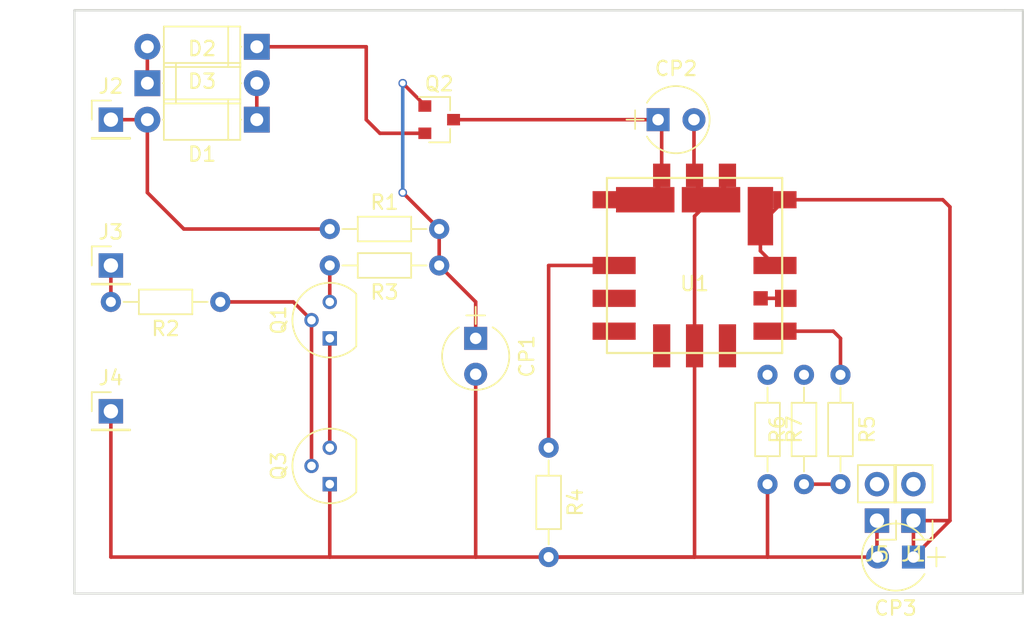
<source format=kicad_pcb>
(kicad_pcb (version 4) (host pcbnew 4.0.5+dfsg1-4)

  (general
    (links 37)
    (no_connects 1)
    (area 40.464761 52.495 111.935239 96.075)
    (thickness 1.6)
    (drawings 6)
    (tracks 69)
    (zones 0)
    (modules 22)
    (nets 24)
  )

  (page A4)
  (layers
    (0 F.Cu signal)
    (31 B.Cu signal)
    (32 B.Adhes user)
    (33 F.Adhes user)
    (34 B.Paste user)
    (35 F.Paste user)
    (36 B.SilkS user)
    (37 F.SilkS user)
    (38 B.Mask user)
    (39 F.Mask user)
    (40 Dwgs.User user)
    (41 Cmts.User user)
    (42 Eco1.User user)
    (43 Eco2.User user)
    (44 Edge.Cuts user)
    (45 Margin user)
    (46 B.CrtYd user)
    (47 F.CrtYd user)
    (48 B.Fab user)
    (49 F.Fab user)
  )

  (setup
    (last_trace_width 0.25)
    (trace_clearance 0.2)
    (zone_clearance 0.508)
    (zone_45_only no)
    (trace_min 0.2)
    (segment_width 0.2)
    (edge_width 0.15)
    (via_size 0.6)
    (via_drill 0.4)
    (via_min_size 0.4)
    (via_min_drill 0.3)
    (uvia_size 0.3)
    (uvia_drill 0.1)
    (uvias_allowed no)
    (uvia_min_size 0.2)
    (uvia_min_drill 0.1)
    (pcb_text_width 0.3)
    (pcb_text_size 1.5 1.5)
    (mod_edge_width 0.15)
    (mod_text_size 1 1)
    (mod_text_width 0.15)
    (pad_size 1.524 1.524)
    (pad_drill 0.762)
    (pad_to_mask_clearance 0.2)
    (aux_axis_origin 0 0)
    (visible_elements 7FFFFFFF)
    (pcbplotparams
      (layerselection 0x01000_80000001)
      (usegerberextensions false)
      (excludeedgelayer true)
      (linewidth 0.100000)
      (plotframeref false)
      (viasonmask false)
      (mode 1)
      (useauxorigin false)
      (hpglpennumber 1)
      (hpglpenspeed 20)
      (hpglpendiameter 15)
      (hpglpenoverlay 2)
      (psnegative false)
      (psa4output false)
      (plotreference true)
      (plotvalue true)
      (plotinvisibletext false)
      (padsonsilk false)
      (subtractmaskfromsilk false)
      (outputformat 4)
      (mirror false)
      (drillshape 0)
      (scaleselection 1)
      (outputdirectory ""))
  )

  (net 0 "")
  (net 1 "Net-(D1-Pad1)")
  (net 2 +BATT)
  (net 3 "Net-(D2-Pad1)")
  (net 4 "Net-(J1-Pad2)")
  (net 5 +12V)
  (net 6 GND)
  (net 7 "Net-(J5-Pad2)")
  (net 8 "Net-(Q1-Pad2)")
  (net 9 "Net-(Q1-Pad3)")
  (net 10 "Net-(R5-Pad1)")
  (net 11 "Net-(U1-Pad9)")
  (net 12 "Net-(U1-Pad10)")
  (net 13 "Net-(U1-Pad11)")
  (net 14 "Net-(U1-Pad8)")
  (net 15 "Net-(U1-Pad12)")
  (net 16 "Net-(CP1-Pad1)")
  (net 17 "Net-(CP2-Pad1)")
  (net 18 "Net-(CP3-Pad1)")
  (net 19 "Net-(D3-Pad1)")
  (net 20 "Net-(Q1-Pad1)")
  (net 21 "Net-(R4-Pad1)")
  (net 22 "Net-(R5-Pad2)")
  (net 23 "Net-(R6-Pad2)")

  (net_class Default "これは標準のネット クラスです。"
    (clearance 0.2)
    (trace_width 0.25)
    (via_dia 0.6)
    (via_drill 0.4)
    (uvia_dia 0.3)
    (uvia_drill 0.1)
    (add_net +12V)
    (add_net +BATT)
    (add_net GND)
    (add_net "Net-(CP1-Pad1)")
    (add_net "Net-(CP2-Pad1)")
    (add_net "Net-(CP3-Pad1)")
    (add_net "Net-(D1-Pad1)")
    (add_net "Net-(D2-Pad1)")
    (add_net "Net-(D3-Pad1)")
    (add_net "Net-(J1-Pad2)")
    (add_net "Net-(J5-Pad2)")
    (add_net "Net-(Q1-Pad1)")
    (add_net "Net-(Q1-Pad2)")
    (add_net "Net-(Q1-Pad3)")
    (add_net "Net-(R4-Pad1)")
    (add_net "Net-(R5-Pad1)")
    (add_net "Net-(R5-Pad2)")
    (add_net "Net-(R6-Pad2)")
    (add_net "Net-(U1-Pad10)")
    (add_net "Net-(U1-Pad11)")
    (add_net "Net-(U1-Pad12)")
    (add_net "Net-(U1-Pad8)")
    (add_net "Net-(U1-Pad9)")
  )

  (module Capacitors_THT:CP_Radial_Tantal_D4.5mm_P2.50mm (layer F.Cu) (tedit 597C781B) (tstamp 5B1C8D44)
    (at 73.66 76.2 270)
    (descr "CP, Radial_Tantal series, Radial, pin pitch=2.50mm, , diameter=4.5mm, Tantal Electrolytic Capacitor, http://cdn-reichelt.de/documents/datenblatt/B300/TANTAL-TB-Serie%23.pdf")
    (tags "CP Radial_Tantal series Radial pin pitch 2.50mm  diameter 4.5mm Tantal Electrolytic Capacitor")
    (path /5B138B43)
    (fp_text reference CP1 (at 1.25 -3.56 270) (layer F.SilkS)
      (effects (font (size 1 1) (thickness 0.15)))
    )
    (fp_text value 100u (at 1.25 3.56 270) (layer F.Fab)
      (effects (font (size 1 1) (thickness 0.15)))
    )
    (fp_arc (start 1.25 0) (end -0.770693 -1.18) (angle 119.4) (layer F.SilkS) (width 0.12))
    (fp_arc (start 1.25 0) (end -0.770693 1.18) (angle -119.4) (layer F.SilkS) (width 0.12))
    (fp_arc (start 1.25 0) (end 3.270693 -1.18) (angle 60.6) (layer F.SilkS) (width 0.12))
    (fp_circle (center 1.25 0) (end 3.5 0) (layer F.Fab) (width 0.1))
    (fp_line (start -2.2 0) (end -1 0) (layer F.Fab) (width 0.1))
    (fp_line (start -1.6 -0.65) (end -1.6 0.65) (layer F.Fab) (width 0.1))
    (fp_line (start -2.2 0) (end -1 0) (layer F.SilkS) (width 0.12))
    (fp_line (start -1.6 -0.65) (end -1.6 0.65) (layer F.SilkS) (width 0.12))
    (fp_line (start -1.35 -2.6) (end -1.35 2.6) (layer F.CrtYd) (width 0.05))
    (fp_line (start -1.35 2.6) (end 3.85 2.6) (layer F.CrtYd) (width 0.05))
    (fp_line (start 3.85 2.6) (end 3.85 -2.6) (layer F.CrtYd) (width 0.05))
    (fp_line (start 3.85 -2.6) (end -1.35 -2.6) (layer F.CrtYd) (width 0.05))
    (fp_text user %R (at 1.25 0 270) (layer F.Fab)
      (effects (font (size 1 1) (thickness 0.15)))
    )
    (pad 1 thru_hole rect (at 0 0 270) (size 1.6 1.6) (drill 0.8) (layers *.Cu *.Mask)
      (net 16 "Net-(CP1-Pad1)"))
    (pad 2 thru_hole circle (at 2.5 0 270) (size 1.6 1.6) (drill 0.8) (layers *.Cu *.Mask)
      (net 6 GND))
    (model ${KISYS3DMOD}/Capacitors_THT.3dshapes/CP_Radial_Tantal_D4.5mm_P2.50mm.wrl
      (at (xyz 0 0 0))
      (scale (xyz 1 1 1))
      (rotate (xyz 0 0 0))
    )
  )

  (module Capacitors_THT:CP_Radial_Tantal_D4.5mm_P2.50mm (layer F.Cu) (tedit 597C781B) (tstamp 5B1C8D4A)
    (at 86.36 60.96)
    (descr "CP, Radial_Tantal series, Radial, pin pitch=2.50mm, , diameter=4.5mm, Tantal Electrolytic Capacitor, http://cdn-reichelt.de/documents/datenblatt/B300/TANTAL-TB-Serie%23.pdf")
    (tags "CP Radial_Tantal series Radial pin pitch 2.50mm  diameter 4.5mm Tantal Electrolytic Capacitor")
    (path /5B1BC56D)
    (fp_text reference CP2 (at 1.25 -3.56) (layer F.SilkS)
      (effects (font (size 1 1) (thickness 0.15)))
    )
    (fp_text value 47u (at 1.25 3.56) (layer F.Fab)
      (effects (font (size 1 1) (thickness 0.15)))
    )
    (fp_arc (start 1.25 0) (end -0.770693 -1.18) (angle 119.4) (layer F.SilkS) (width 0.12))
    (fp_arc (start 1.25 0) (end -0.770693 1.18) (angle -119.4) (layer F.SilkS) (width 0.12))
    (fp_arc (start 1.25 0) (end 3.270693 -1.18) (angle 60.6) (layer F.SilkS) (width 0.12))
    (fp_circle (center 1.25 0) (end 3.5 0) (layer F.Fab) (width 0.1))
    (fp_line (start -2.2 0) (end -1 0) (layer F.Fab) (width 0.1))
    (fp_line (start -1.6 -0.65) (end -1.6 0.65) (layer F.Fab) (width 0.1))
    (fp_line (start -2.2 0) (end -1 0) (layer F.SilkS) (width 0.12))
    (fp_line (start -1.6 -0.65) (end -1.6 0.65) (layer F.SilkS) (width 0.12))
    (fp_line (start -1.35 -2.6) (end -1.35 2.6) (layer F.CrtYd) (width 0.05))
    (fp_line (start -1.35 2.6) (end 3.85 2.6) (layer F.CrtYd) (width 0.05))
    (fp_line (start 3.85 2.6) (end 3.85 -2.6) (layer F.CrtYd) (width 0.05))
    (fp_line (start 3.85 -2.6) (end -1.35 -2.6) (layer F.CrtYd) (width 0.05))
    (fp_text user %R (at 1.25 0) (layer F.Fab)
      (effects (font (size 1 1) (thickness 0.15)))
    )
    (pad 1 thru_hole rect (at 0 0) (size 1.6 1.6) (drill 0.8) (layers *.Cu *.Mask)
      (net 17 "Net-(CP2-Pad1)"))
    (pad 2 thru_hole circle (at 2.5 0) (size 1.6 1.6) (drill 0.8) (layers *.Cu *.Mask)
      (net 6 GND))
    (model ${KISYS3DMOD}/Capacitors_THT.3dshapes/CP_Radial_Tantal_D4.5mm_P2.50mm.wrl
      (at (xyz 0 0 0))
      (scale (xyz 1 1 1))
      (rotate (xyz 0 0 0))
    )
  )

  (module Capacitors_THT:CP_Radial_Tantal_D4.5mm_P2.50mm (layer F.Cu) (tedit 597C781B) (tstamp 5B1C8D50)
    (at 104.14 91.44 180)
    (descr "CP, Radial_Tantal series, Radial, pin pitch=2.50mm, , diameter=4.5mm, Tantal Electrolytic Capacitor, http://cdn-reichelt.de/documents/datenblatt/B300/TANTAL-TB-Serie%23.pdf")
    (tags "CP Radial_Tantal series Radial pin pitch 2.50mm  diameter 4.5mm Tantal Electrolytic Capacitor")
    (path /5B1BBDA5)
    (fp_text reference CP3 (at 1.25 -3.56 180) (layer F.SilkS)
      (effects (font (size 1 1) (thickness 0.15)))
    )
    (fp_text value 0.1u (at 1.25 3.56 180) (layer F.Fab)
      (effects (font (size 1 1) (thickness 0.15)))
    )
    (fp_arc (start 1.25 0) (end -0.770693 -1.18) (angle 119.4) (layer F.SilkS) (width 0.12))
    (fp_arc (start 1.25 0) (end -0.770693 1.18) (angle -119.4) (layer F.SilkS) (width 0.12))
    (fp_arc (start 1.25 0) (end 3.270693 -1.18) (angle 60.6) (layer F.SilkS) (width 0.12))
    (fp_circle (center 1.25 0) (end 3.5 0) (layer F.Fab) (width 0.1))
    (fp_line (start -2.2 0) (end -1 0) (layer F.Fab) (width 0.1))
    (fp_line (start -1.6 -0.65) (end -1.6 0.65) (layer F.Fab) (width 0.1))
    (fp_line (start -2.2 0) (end -1 0) (layer F.SilkS) (width 0.12))
    (fp_line (start -1.6 -0.65) (end -1.6 0.65) (layer F.SilkS) (width 0.12))
    (fp_line (start -1.35 -2.6) (end -1.35 2.6) (layer F.CrtYd) (width 0.05))
    (fp_line (start -1.35 2.6) (end 3.85 2.6) (layer F.CrtYd) (width 0.05))
    (fp_line (start 3.85 2.6) (end 3.85 -2.6) (layer F.CrtYd) (width 0.05))
    (fp_line (start 3.85 -2.6) (end -1.35 -2.6) (layer F.CrtYd) (width 0.05))
    (fp_text user %R (at 1.25 0 180) (layer F.Fab)
      (effects (font (size 1 1) (thickness 0.15)))
    )
    (pad 1 thru_hole rect (at 0 0 180) (size 1.6 1.6) (drill 0.8) (layers *.Cu *.Mask)
      (net 18 "Net-(CP3-Pad1)"))
    (pad 2 thru_hole circle (at 2.5 0 180) (size 1.6 1.6) (drill 0.8) (layers *.Cu *.Mask)
      (net 6 GND))
    (model ${KISYS3DMOD}/Capacitors_THT.3dshapes/CP_Radial_Tantal_D4.5mm_P2.50mm.wrl
      (at (xyz 0 0 0))
      (scale (xyz 1 1 1))
      (rotate (xyz 0 0 0))
    )
  )

  (module Diodes_THT:D_A-405_P7.62mm_Horizontal (layer F.Cu) (tedit 5921392E) (tstamp 5B1C8D56)
    (at 58.42 60.96 180)
    (descr "D, A-405 series, Axial, Horizontal, pin pitch=7.62mm, , length*diameter=5.2*2.7mm^2, , http://www.diodes.com/_files/packages/A-405.pdf")
    (tags "D A-405 series Axial Horizontal pin pitch 7.62mm  length 5.2mm diameter 2.7mm")
    (path /5B13A685)
    (fp_text reference D1 (at 3.81 -2.41 180) (layer F.SilkS)
      (effects (font (size 1 1) (thickness 0.15)))
    )
    (fp_text value D (at 3.81 2.41 180) (layer F.Fab)
      (effects (font (size 1 1) (thickness 0.15)))
    )
    (fp_text user %R (at 3.81 0 180) (layer F.Fab)
      (effects (font (size 1 1) (thickness 0.15)))
    )
    (fp_line (start 1.21 -1.35) (end 1.21 1.35) (layer F.Fab) (width 0.1))
    (fp_line (start 1.21 1.35) (end 6.41 1.35) (layer F.Fab) (width 0.1))
    (fp_line (start 6.41 1.35) (end 6.41 -1.35) (layer F.Fab) (width 0.1))
    (fp_line (start 6.41 -1.35) (end 1.21 -1.35) (layer F.Fab) (width 0.1))
    (fp_line (start 0 0) (end 1.21 0) (layer F.Fab) (width 0.1))
    (fp_line (start 7.62 0) (end 6.41 0) (layer F.Fab) (width 0.1))
    (fp_line (start 1.99 -1.35) (end 1.99 1.35) (layer F.Fab) (width 0.1))
    (fp_line (start 1.15 -1.41) (end 1.15 1.41) (layer F.SilkS) (width 0.12))
    (fp_line (start 1.15 1.41) (end 6.47 1.41) (layer F.SilkS) (width 0.12))
    (fp_line (start 6.47 1.41) (end 6.47 -1.41) (layer F.SilkS) (width 0.12))
    (fp_line (start 6.47 -1.41) (end 1.15 -1.41) (layer F.SilkS) (width 0.12))
    (fp_line (start 1.08 0) (end 1.15 0) (layer F.SilkS) (width 0.12))
    (fp_line (start 6.54 0) (end 6.47 0) (layer F.SilkS) (width 0.12))
    (fp_line (start 1.99 -1.41) (end 1.99 1.41) (layer F.SilkS) (width 0.12))
    (fp_line (start -1.15 -1.7) (end -1.15 1.7) (layer F.CrtYd) (width 0.05))
    (fp_line (start -1.15 1.7) (end 8.8 1.7) (layer F.CrtYd) (width 0.05))
    (fp_line (start 8.8 1.7) (end 8.8 -1.7) (layer F.CrtYd) (width 0.05))
    (fp_line (start 8.8 -1.7) (end -1.15 -1.7) (layer F.CrtYd) (width 0.05))
    (pad 1 thru_hole rect (at 0 0 180) (size 1.8 1.8) (drill 0.9) (layers *.Cu *.Mask)
      (net 1 "Net-(D1-Pad1)"))
    (pad 2 thru_hole oval (at 7.62 0 180) (size 1.8 1.8) (drill 0.9) (layers *.Cu *.Mask)
      (net 2 +BATT))
    (model ${KISYS3DMOD}/Diodes_THT.3dshapes/D_A-405_P7.62mm_Horizontal.wrl
      (at (xyz 0 0 0))
      (scale (xyz 0.393701 0.393701 0.393701))
      (rotate (xyz 0 0 0))
    )
  )

  (module Diodes_THT:D_A-405_P7.62mm_Horizontal (layer F.Cu) (tedit 5921392E) (tstamp 5B1C8D5C)
    (at 50.8 58.42)
    (descr "D, A-405 series, Axial, Horizontal, pin pitch=7.62mm, , length*diameter=5.2*2.7mm^2, , http://www.diodes.com/_files/packages/A-405.pdf")
    (tags "D A-405 series Axial Horizontal pin pitch 7.62mm  length 5.2mm diameter 2.7mm")
    (path /5B13A63E)
    (fp_text reference D2 (at 3.81 -2.41) (layer F.SilkS)
      (effects (font (size 1 1) (thickness 0.15)))
    )
    (fp_text value D (at 3.81 2.41) (layer F.Fab)
      (effects (font (size 1 1) (thickness 0.15)))
    )
    (fp_text user %R (at 3.81 0) (layer F.Fab)
      (effects (font (size 1 1) (thickness 0.15)))
    )
    (fp_line (start 1.21 -1.35) (end 1.21 1.35) (layer F.Fab) (width 0.1))
    (fp_line (start 1.21 1.35) (end 6.41 1.35) (layer F.Fab) (width 0.1))
    (fp_line (start 6.41 1.35) (end 6.41 -1.35) (layer F.Fab) (width 0.1))
    (fp_line (start 6.41 -1.35) (end 1.21 -1.35) (layer F.Fab) (width 0.1))
    (fp_line (start 0 0) (end 1.21 0) (layer F.Fab) (width 0.1))
    (fp_line (start 7.62 0) (end 6.41 0) (layer F.Fab) (width 0.1))
    (fp_line (start 1.99 -1.35) (end 1.99 1.35) (layer F.Fab) (width 0.1))
    (fp_line (start 1.15 -1.41) (end 1.15 1.41) (layer F.SilkS) (width 0.12))
    (fp_line (start 1.15 1.41) (end 6.47 1.41) (layer F.SilkS) (width 0.12))
    (fp_line (start 6.47 1.41) (end 6.47 -1.41) (layer F.SilkS) (width 0.12))
    (fp_line (start 6.47 -1.41) (end 1.15 -1.41) (layer F.SilkS) (width 0.12))
    (fp_line (start 1.08 0) (end 1.15 0) (layer F.SilkS) (width 0.12))
    (fp_line (start 6.54 0) (end 6.47 0) (layer F.SilkS) (width 0.12))
    (fp_line (start 1.99 -1.41) (end 1.99 1.41) (layer F.SilkS) (width 0.12))
    (fp_line (start -1.15 -1.7) (end -1.15 1.7) (layer F.CrtYd) (width 0.05))
    (fp_line (start -1.15 1.7) (end 8.8 1.7) (layer F.CrtYd) (width 0.05))
    (fp_line (start 8.8 1.7) (end 8.8 -1.7) (layer F.CrtYd) (width 0.05))
    (fp_line (start 8.8 -1.7) (end -1.15 -1.7) (layer F.CrtYd) (width 0.05))
    (pad 1 thru_hole rect (at 0 0) (size 1.8 1.8) (drill 0.9) (layers *.Cu *.Mask)
      (net 3 "Net-(D2-Pad1)"))
    (pad 2 thru_hole oval (at 7.62 0) (size 1.8 1.8) (drill 0.9) (layers *.Cu *.Mask)
      (net 1 "Net-(D1-Pad1)"))
    (model ${KISYS3DMOD}/Diodes_THT.3dshapes/D_A-405_P7.62mm_Horizontal.wrl
      (at (xyz 0 0 0))
      (scale (xyz 0.393701 0.393701 0.393701))
      (rotate (xyz 0 0 0))
    )
  )

  (module Diodes_THT:D_A-405_P7.62mm_Horizontal (layer F.Cu) (tedit 5921392E) (tstamp 5B1C8D62)
    (at 58.42 55.88 180)
    (descr "D, A-405 series, Axial, Horizontal, pin pitch=7.62mm, , length*diameter=5.2*2.7mm^2, , http://www.diodes.com/_files/packages/A-405.pdf")
    (tags "D A-405 series Axial Horizontal pin pitch 7.62mm  length 5.2mm diameter 2.7mm")
    (path /5B13A5EB)
    (fp_text reference D3 (at 3.81 -2.41 180) (layer F.SilkS)
      (effects (font (size 1 1) (thickness 0.15)))
    )
    (fp_text value D (at 3.81 2.41 180) (layer F.Fab)
      (effects (font (size 1 1) (thickness 0.15)))
    )
    (fp_text user %R (at 3.81 0 180) (layer F.Fab)
      (effects (font (size 1 1) (thickness 0.15)))
    )
    (fp_line (start 1.21 -1.35) (end 1.21 1.35) (layer F.Fab) (width 0.1))
    (fp_line (start 1.21 1.35) (end 6.41 1.35) (layer F.Fab) (width 0.1))
    (fp_line (start 6.41 1.35) (end 6.41 -1.35) (layer F.Fab) (width 0.1))
    (fp_line (start 6.41 -1.35) (end 1.21 -1.35) (layer F.Fab) (width 0.1))
    (fp_line (start 0 0) (end 1.21 0) (layer F.Fab) (width 0.1))
    (fp_line (start 7.62 0) (end 6.41 0) (layer F.Fab) (width 0.1))
    (fp_line (start 1.99 -1.35) (end 1.99 1.35) (layer F.Fab) (width 0.1))
    (fp_line (start 1.15 -1.41) (end 1.15 1.41) (layer F.SilkS) (width 0.12))
    (fp_line (start 1.15 1.41) (end 6.47 1.41) (layer F.SilkS) (width 0.12))
    (fp_line (start 6.47 1.41) (end 6.47 -1.41) (layer F.SilkS) (width 0.12))
    (fp_line (start 6.47 -1.41) (end 1.15 -1.41) (layer F.SilkS) (width 0.12))
    (fp_line (start 1.08 0) (end 1.15 0) (layer F.SilkS) (width 0.12))
    (fp_line (start 6.54 0) (end 6.47 0) (layer F.SilkS) (width 0.12))
    (fp_line (start 1.99 -1.41) (end 1.99 1.41) (layer F.SilkS) (width 0.12))
    (fp_line (start -1.15 -1.7) (end -1.15 1.7) (layer F.CrtYd) (width 0.05))
    (fp_line (start -1.15 1.7) (end 8.8 1.7) (layer F.CrtYd) (width 0.05))
    (fp_line (start 8.8 1.7) (end 8.8 -1.7) (layer F.CrtYd) (width 0.05))
    (fp_line (start 8.8 -1.7) (end -1.15 -1.7) (layer F.CrtYd) (width 0.05))
    (pad 1 thru_hole rect (at 0 0 180) (size 1.8 1.8) (drill 0.9) (layers *.Cu *.Mask)
      (net 19 "Net-(D3-Pad1)"))
    (pad 2 thru_hole oval (at 7.62 0 180) (size 1.8 1.8) (drill 0.9) (layers *.Cu *.Mask)
      (net 3 "Net-(D2-Pad1)"))
    (model ${KISYS3DMOD}/Diodes_THT.3dshapes/D_A-405_P7.62mm_Horizontal.wrl
      (at (xyz 0 0 0))
      (scale (xyz 0.393701 0.393701 0.393701))
      (rotate (xyz 0 0 0))
    )
  )

  (module Socket_Strips:Socket_Strip_Straight_1x02_Pitch2.54mm (layer F.Cu) (tedit 58CD5446) (tstamp 5B1C8D68)
    (at 104.14 88.9 180)
    (descr "Through hole straight socket strip, 1x02, 2.54mm pitch, single row")
    (tags "Through hole socket strip THT 1x02 2.54mm single row")
    (path /5B13EE72)
    (fp_text reference J1 (at 0 -2.33 180) (layer F.SilkS)
      (effects (font (size 1 1) (thickness 0.15)))
    )
    (fp_text value Conn_01x02_Female (at 0 4.87 180) (layer F.Fab)
      (effects (font (size 1 1) (thickness 0.15)))
    )
    (fp_line (start -1.27 -1.27) (end -1.27 3.81) (layer F.Fab) (width 0.1))
    (fp_line (start -1.27 3.81) (end 1.27 3.81) (layer F.Fab) (width 0.1))
    (fp_line (start 1.27 3.81) (end 1.27 -1.27) (layer F.Fab) (width 0.1))
    (fp_line (start 1.27 -1.27) (end -1.27 -1.27) (layer F.Fab) (width 0.1))
    (fp_line (start -1.33 1.27) (end -1.33 3.87) (layer F.SilkS) (width 0.12))
    (fp_line (start -1.33 3.87) (end 1.33 3.87) (layer F.SilkS) (width 0.12))
    (fp_line (start 1.33 3.87) (end 1.33 1.27) (layer F.SilkS) (width 0.12))
    (fp_line (start 1.33 1.27) (end -1.33 1.27) (layer F.SilkS) (width 0.12))
    (fp_line (start -1.33 0) (end -1.33 -1.33) (layer F.SilkS) (width 0.12))
    (fp_line (start -1.33 -1.33) (end 0 -1.33) (layer F.SilkS) (width 0.12))
    (fp_line (start -1.8 -1.8) (end -1.8 4.35) (layer F.CrtYd) (width 0.05))
    (fp_line (start -1.8 4.35) (end 1.8 4.35) (layer F.CrtYd) (width 0.05))
    (fp_line (start 1.8 4.35) (end 1.8 -1.8) (layer F.CrtYd) (width 0.05))
    (fp_line (start 1.8 -1.8) (end -1.8 -1.8) (layer F.CrtYd) (width 0.05))
    (fp_text user %R (at 0 -2.33 180) (layer F.Fab)
      (effects (font (size 1 1) (thickness 0.15)))
    )
    (pad 1 thru_hole rect (at 0 0 180) (size 1.7 1.7) (drill 1) (layers *.Cu *.Mask)
      (net 18 "Net-(CP3-Pad1)"))
    (pad 2 thru_hole oval (at 0 2.54 180) (size 1.7 1.7) (drill 1) (layers *.Cu *.Mask)
      (net 4 "Net-(J1-Pad2)"))
    (model ${KISYS3DMOD}/Socket_Strips.3dshapes/Socket_Strip_Straight_1x02_Pitch2.54mm.wrl
      (at (xyz 0 -0.05 0))
      (scale (xyz 1 1 1))
      (rotate (xyz 0 0 270))
    )
  )

  (module Socket_Strips:Socket_Strip_Straight_1x01_Pitch2.54mm (layer F.Cu) (tedit 58CD5446) (tstamp 5B1C8D6D)
    (at 48.26 60.96)
    (descr "Through hole straight socket strip, 1x01, 2.54mm pitch, single row")
    (tags "Through hole socket strip THT 1x01 2.54mm single row")
    (path /5B13B0C0)
    (fp_text reference J2 (at 0 -2.33) (layer F.SilkS)
      (effects (font (size 1 1) (thickness 0.15)))
    )
    (fp_text value Conn_01x01_Female (at 0 2.33) (layer F.Fab)
      (effects (font (size 1 1) (thickness 0.15)))
    )
    (fp_line (start -1.27 -1.27) (end -1.27 1.27) (layer F.Fab) (width 0.1))
    (fp_line (start -1.27 1.27) (end 1.27 1.27) (layer F.Fab) (width 0.1))
    (fp_line (start 1.27 1.27) (end 1.27 -1.27) (layer F.Fab) (width 0.1))
    (fp_line (start 1.27 -1.27) (end -1.27 -1.27) (layer F.Fab) (width 0.1))
    (fp_line (start -1.33 1.27) (end -1.33 1.33) (layer F.SilkS) (width 0.12))
    (fp_line (start -1.33 1.33) (end 1.33 1.33) (layer F.SilkS) (width 0.12))
    (fp_line (start 1.33 1.33) (end 1.33 1.27) (layer F.SilkS) (width 0.12))
    (fp_line (start 1.33 1.27) (end -1.33 1.27) (layer F.SilkS) (width 0.12))
    (fp_line (start -1.33 0) (end -1.33 -1.33) (layer F.SilkS) (width 0.12))
    (fp_line (start -1.33 -1.33) (end 0 -1.33) (layer F.SilkS) (width 0.12))
    (fp_line (start -1.8 -1.8) (end -1.8 1.8) (layer F.CrtYd) (width 0.05))
    (fp_line (start -1.8 1.8) (end 1.8 1.8) (layer F.CrtYd) (width 0.05))
    (fp_line (start 1.8 1.8) (end 1.8 -1.8) (layer F.CrtYd) (width 0.05))
    (fp_line (start 1.8 -1.8) (end -1.8 -1.8) (layer F.CrtYd) (width 0.05))
    (fp_text user %R (at 0 -2.33) (layer F.Fab)
      (effects (font (size 1 1) (thickness 0.15)))
    )
    (pad 1 thru_hole rect (at 0 0) (size 1.7 1.7) (drill 1) (layers *.Cu *.Mask)
      (net 2 +BATT))
    (model ${KISYS3DMOD}/Socket_Strips.3dshapes/Socket_Strip_Straight_1x01_Pitch2.54mm.wrl
      (at (xyz 0 0 0))
      (scale (xyz 1 1 1))
      (rotate (xyz 0 0 270))
    )
  )

  (module Socket_Strips:Socket_Strip_Straight_1x01_Pitch2.54mm (layer F.Cu) (tedit 58CD5446) (tstamp 5B1C8D72)
    (at 48.26 71.12)
    (descr "Through hole straight socket strip, 1x01, 2.54mm pitch, single row")
    (tags "Through hole socket strip THT 1x01 2.54mm single row")
    (path /5B13B10F)
    (fp_text reference J3 (at 0 -2.33) (layer F.SilkS)
      (effects (font (size 1 1) (thickness 0.15)))
    )
    (fp_text value Conn_01x01_Female (at 0 2.33) (layer F.Fab)
      (effects (font (size 1 1) (thickness 0.15)))
    )
    (fp_line (start -1.27 -1.27) (end -1.27 1.27) (layer F.Fab) (width 0.1))
    (fp_line (start -1.27 1.27) (end 1.27 1.27) (layer F.Fab) (width 0.1))
    (fp_line (start 1.27 1.27) (end 1.27 -1.27) (layer F.Fab) (width 0.1))
    (fp_line (start 1.27 -1.27) (end -1.27 -1.27) (layer F.Fab) (width 0.1))
    (fp_line (start -1.33 1.27) (end -1.33 1.33) (layer F.SilkS) (width 0.12))
    (fp_line (start -1.33 1.33) (end 1.33 1.33) (layer F.SilkS) (width 0.12))
    (fp_line (start 1.33 1.33) (end 1.33 1.27) (layer F.SilkS) (width 0.12))
    (fp_line (start 1.33 1.27) (end -1.33 1.27) (layer F.SilkS) (width 0.12))
    (fp_line (start -1.33 0) (end -1.33 -1.33) (layer F.SilkS) (width 0.12))
    (fp_line (start -1.33 -1.33) (end 0 -1.33) (layer F.SilkS) (width 0.12))
    (fp_line (start -1.8 -1.8) (end -1.8 1.8) (layer F.CrtYd) (width 0.05))
    (fp_line (start -1.8 1.8) (end 1.8 1.8) (layer F.CrtYd) (width 0.05))
    (fp_line (start 1.8 1.8) (end 1.8 -1.8) (layer F.CrtYd) (width 0.05))
    (fp_line (start 1.8 -1.8) (end -1.8 -1.8) (layer F.CrtYd) (width 0.05))
    (fp_text user %R (at 0 -2.33) (layer F.Fab)
      (effects (font (size 1 1) (thickness 0.15)))
    )
    (pad 1 thru_hole rect (at 0 0) (size 1.7 1.7) (drill 1) (layers *.Cu *.Mask)
      (net 5 +12V))
    (model ${KISYS3DMOD}/Socket_Strips.3dshapes/Socket_Strip_Straight_1x01_Pitch2.54mm.wrl
      (at (xyz 0 0 0))
      (scale (xyz 1 1 1))
      (rotate (xyz 0 0 270))
    )
  )

  (module Socket_Strips:Socket_Strip_Straight_1x01_Pitch2.54mm (layer F.Cu) (tedit 58CD5446) (tstamp 5B1C8D77)
    (at 48.26 81.28)
    (descr "Through hole straight socket strip, 1x01, 2.54mm pitch, single row")
    (tags "Through hole socket strip THT 1x01 2.54mm single row")
    (path /5B13B174)
    (fp_text reference J4 (at 0 -2.33) (layer F.SilkS)
      (effects (font (size 1 1) (thickness 0.15)))
    )
    (fp_text value Conn_01x01_Female (at 0 2.33) (layer F.Fab)
      (effects (font (size 1 1) (thickness 0.15)))
    )
    (fp_line (start -1.27 -1.27) (end -1.27 1.27) (layer F.Fab) (width 0.1))
    (fp_line (start -1.27 1.27) (end 1.27 1.27) (layer F.Fab) (width 0.1))
    (fp_line (start 1.27 1.27) (end 1.27 -1.27) (layer F.Fab) (width 0.1))
    (fp_line (start 1.27 -1.27) (end -1.27 -1.27) (layer F.Fab) (width 0.1))
    (fp_line (start -1.33 1.27) (end -1.33 1.33) (layer F.SilkS) (width 0.12))
    (fp_line (start -1.33 1.33) (end 1.33 1.33) (layer F.SilkS) (width 0.12))
    (fp_line (start 1.33 1.33) (end 1.33 1.27) (layer F.SilkS) (width 0.12))
    (fp_line (start 1.33 1.27) (end -1.33 1.27) (layer F.SilkS) (width 0.12))
    (fp_line (start -1.33 0) (end -1.33 -1.33) (layer F.SilkS) (width 0.12))
    (fp_line (start -1.33 -1.33) (end 0 -1.33) (layer F.SilkS) (width 0.12))
    (fp_line (start -1.8 -1.8) (end -1.8 1.8) (layer F.CrtYd) (width 0.05))
    (fp_line (start -1.8 1.8) (end 1.8 1.8) (layer F.CrtYd) (width 0.05))
    (fp_line (start 1.8 1.8) (end 1.8 -1.8) (layer F.CrtYd) (width 0.05))
    (fp_line (start 1.8 -1.8) (end -1.8 -1.8) (layer F.CrtYd) (width 0.05))
    (fp_text user %R (at 0 -2.33) (layer F.Fab)
      (effects (font (size 1 1) (thickness 0.15)))
    )
    (pad 1 thru_hole rect (at 0 0) (size 1.7 1.7) (drill 1) (layers *.Cu *.Mask)
      (net 6 GND))
    (model ${KISYS3DMOD}/Socket_Strips.3dshapes/Socket_Strip_Straight_1x01_Pitch2.54mm.wrl
      (at (xyz 0 0 0))
      (scale (xyz 1 1 1))
      (rotate (xyz 0 0 270))
    )
  )

  (module Socket_Strips:Socket_Strip_Straight_1x02_Pitch2.54mm (layer F.Cu) (tedit 58CD5446) (tstamp 5B1C8D7D)
    (at 101.6 88.9 180)
    (descr "Through hole straight socket strip, 1x02, 2.54mm pitch, single row")
    (tags "Through hole socket strip THT 1x02 2.54mm single row")
    (path /5B13EFDA)
    (fp_text reference J5 (at 0 -2.33 180) (layer F.SilkS)
      (effects (font (size 1 1) (thickness 0.15)))
    )
    (fp_text value Conn_01x02_Female (at 0 4.87 180) (layer F.Fab)
      (effects (font (size 1 1) (thickness 0.15)))
    )
    (fp_line (start -1.27 -1.27) (end -1.27 3.81) (layer F.Fab) (width 0.1))
    (fp_line (start -1.27 3.81) (end 1.27 3.81) (layer F.Fab) (width 0.1))
    (fp_line (start 1.27 3.81) (end 1.27 -1.27) (layer F.Fab) (width 0.1))
    (fp_line (start 1.27 -1.27) (end -1.27 -1.27) (layer F.Fab) (width 0.1))
    (fp_line (start -1.33 1.27) (end -1.33 3.87) (layer F.SilkS) (width 0.12))
    (fp_line (start -1.33 3.87) (end 1.33 3.87) (layer F.SilkS) (width 0.12))
    (fp_line (start 1.33 3.87) (end 1.33 1.27) (layer F.SilkS) (width 0.12))
    (fp_line (start 1.33 1.27) (end -1.33 1.27) (layer F.SilkS) (width 0.12))
    (fp_line (start -1.33 0) (end -1.33 -1.33) (layer F.SilkS) (width 0.12))
    (fp_line (start -1.33 -1.33) (end 0 -1.33) (layer F.SilkS) (width 0.12))
    (fp_line (start -1.8 -1.8) (end -1.8 4.35) (layer F.CrtYd) (width 0.05))
    (fp_line (start -1.8 4.35) (end 1.8 4.35) (layer F.CrtYd) (width 0.05))
    (fp_line (start 1.8 4.35) (end 1.8 -1.8) (layer F.CrtYd) (width 0.05))
    (fp_line (start 1.8 -1.8) (end -1.8 -1.8) (layer F.CrtYd) (width 0.05))
    (fp_text user %R (at 0 -2.33 180) (layer F.Fab)
      (effects (font (size 1 1) (thickness 0.15)))
    )
    (pad 1 thru_hole rect (at 0 0 180) (size 1.7 1.7) (drill 1) (layers *.Cu *.Mask)
      (net 6 GND))
    (pad 2 thru_hole oval (at 0 2.54 180) (size 1.7 1.7) (drill 1) (layers *.Cu *.Mask)
      (net 7 "Net-(J5-Pad2)"))
    (model ${KISYS3DMOD}/Socket_Strips.3dshapes/Socket_Strip_Straight_1x02_Pitch2.54mm.wrl
      (at (xyz 0 -0.05 0))
      (scale (xyz 1 1 1))
      (rotate (xyz 0 0 270))
    )
  )

  (module TO_SOT_Packages_THT:TO-92_Molded_Narrow (layer F.Cu) (tedit 58CE52AF) (tstamp 5B1C8D84)
    (at 63.5 76.2 90)
    (descr "TO-92 leads molded, narrow, drill 0.6mm (see NXP sot054_po.pdf)")
    (tags "to-92 sc-43 sc-43a sot54 PA33 transistor")
    (path /5B138044)
    (fp_text reference Q1 (at 1.27 -3.56 90) (layer F.SilkS)
      (effects (font (size 1 1) (thickness 0.15)))
    )
    (fp_text value 2N7000 (at 1.27 2.79 90) (layer F.Fab)
      (effects (font (size 1 1) (thickness 0.15)))
    )
    (fp_text user %R (at 1.27 -3.56 90) (layer F.Fab)
      (effects (font (size 1 1) (thickness 0.15)))
    )
    (fp_line (start -0.53 1.85) (end 3.07 1.85) (layer F.SilkS) (width 0.12))
    (fp_line (start -0.5 1.75) (end 3 1.75) (layer F.Fab) (width 0.1))
    (fp_line (start -1.46 -2.73) (end 4 -2.73) (layer F.CrtYd) (width 0.05))
    (fp_line (start -1.46 -2.73) (end -1.46 2.01) (layer F.CrtYd) (width 0.05))
    (fp_line (start 4 2.01) (end 4 -2.73) (layer F.CrtYd) (width 0.05))
    (fp_line (start 4 2.01) (end -1.46 2.01) (layer F.CrtYd) (width 0.05))
    (fp_arc (start 1.27 0) (end 1.27 -2.48) (angle 135) (layer F.Fab) (width 0.1))
    (fp_arc (start 1.27 0) (end 1.27 -2.6) (angle -135) (layer F.SilkS) (width 0.12))
    (fp_arc (start 1.27 0) (end 1.27 -2.48) (angle -135) (layer F.Fab) (width 0.1))
    (fp_arc (start 1.27 0) (end 1.27 -2.6) (angle 135) (layer F.SilkS) (width 0.12))
    (pad 2 thru_hole circle (at 1.27 -1.27 180) (size 1 1) (drill 0.6) (layers *.Cu *.Mask)
      (net 8 "Net-(Q1-Pad2)"))
    (pad 3 thru_hole circle (at 2.54 0 180) (size 1 1) (drill 0.6) (layers *.Cu *.Mask)
      (net 9 "Net-(Q1-Pad3)"))
    (pad 1 thru_hole rect (at 0 0 180) (size 1 1) (drill 0.6) (layers *.Cu *.Mask)
      (net 20 "Net-(Q1-Pad1)"))
    (model ${KISYS3DMOD}/TO_SOT_Packages_THT.3dshapes/TO-92_Molded_Narrow.wrl
      (at (xyz 0.05 0 0))
      (scale (xyz 1 1 1))
      (rotate (xyz 0 0 -90))
    )
  )

  (module TO_SOT_Packages_SMD:SOT-23 (layer F.Cu) (tedit 5B1C9747) (tstamp 5B1C8D8B)
    (at 71.12 60.96)
    (descr "SOT-23, Standard")
    (tags SOT-23)
    (path /5B139613)
    (attr smd)
    (fp_text reference Q2 (at 0 -2.5) (layer F.SilkS)
      (effects (font (size 1 1) (thickness 0.15)))
    )
    (fp_text value DMG3415U (at 0 2.5) (layer F.Fab)
      (effects (font (size 1 1) (thickness 0.15)))
    )
    (fp_text user %R (at 0 0 90) (layer F.Fab)
      (effects (font (size 0.5 0.5) (thickness 0.075)))
    )
    (fp_line (start -0.7 -0.95) (end -0.7 1.5) (layer F.Fab) (width 0.1))
    (fp_line (start -0.15 -1.52) (end 0.7 -1.52) (layer F.Fab) (width 0.1))
    (fp_line (start -0.7 -0.95) (end -0.15 -1.52) (layer F.Fab) (width 0.1))
    (fp_line (start 0.7 -1.52) (end 0.7 1.52) (layer F.Fab) (width 0.1))
    (fp_line (start -0.7 1.52) (end 0.7 1.52) (layer F.Fab) (width 0.1))
    (fp_line (start 0.76 1.58) (end 0.76 0.65) (layer F.SilkS) (width 0.12))
    (fp_line (start 0.76 -1.58) (end 0.76 -0.65) (layer F.SilkS) (width 0.12))
    (fp_line (start -1.7 -1.75) (end 1.7 -1.75) (layer F.CrtYd) (width 0.05))
    (fp_line (start 1.7 -1.75) (end 1.7 1.75) (layer F.CrtYd) (width 0.05))
    (fp_line (start 1.7 1.75) (end -1.7 1.75) (layer F.CrtYd) (width 0.05))
    (fp_line (start -1.7 1.75) (end -1.7 -1.75) (layer F.CrtYd) (width 0.05))
    (fp_line (start 0.76 -1.58) (end -1.4 -1.58) (layer F.SilkS) (width 0.12))
    (fp_line (start 0.76 1.58) (end -0.7 1.58) (layer F.SilkS) (width 0.12))
    (pad 1 smd rect (at -1 -0.95) (size 0.9 0.8) (layers F.Cu F.Paste F.Mask)
      (net 16 "Net-(CP1-Pad1)"))
    (pad 2 smd rect (at -1 0.95) (size 0.9 0.8) (layers F.Cu F.Paste F.Mask)
      (net 19 "Net-(D3-Pad1)"))
    (pad 3 smd rect (at 1 0) (size 0.9 0.8) (layers F.Cu F.Paste F.Mask)
      (net 17 "Net-(CP2-Pad1)"))
    (model ${KISYS3DMOD}/TO_SOT_Packages_SMD.3dshapes/SOT-23.wrl
      (at (xyz 0 0 0))
      (scale (xyz 1 1 1))
      (rotate (xyz 0 0 0))
    )
  )

  (module TO_SOT_Packages_THT:TO-92_Molded_Narrow (layer F.Cu) (tedit 58CE52AF) (tstamp 5B1C8D92)
    (at 63.5 86.36 90)
    (descr "TO-92 leads molded, narrow, drill 0.6mm (see NXP sot054_po.pdf)")
    (tags "to-92 sc-43 sc-43a sot54 PA33 transistor")
    (path /5B1BA742)
    (fp_text reference Q3 (at 1.27 -3.56 90) (layer F.SilkS)
      (effects (font (size 1 1) (thickness 0.15)))
    )
    (fp_text value 2N7000 (at 1.27 2.79 90) (layer F.Fab)
      (effects (font (size 1 1) (thickness 0.15)))
    )
    (fp_text user %R (at 1.27 -3.56 90) (layer F.Fab)
      (effects (font (size 1 1) (thickness 0.15)))
    )
    (fp_line (start -0.53 1.85) (end 3.07 1.85) (layer F.SilkS) (width 0.12))
    (fp_line (start -0.5 1.75) (end 3 1.75) (layer F.Fab) (width 0.1))
    (fp_line (start -1.46 -2.73) (end 4 -2.73) (layer F.CrtYd) (width 0.05))
    (fp_line (start -1.46 -2.73) (end -1.46 2.01) (layer F.CrtYd) (width 0.05))
    (fp_line (start 4 2.01) (end 4 -2.73) (layer F.CrtYd) (width 0.05))
    (fp_line (start 4 2.01) (end -1.46 2.01) (layer F.CrtYd) (width 0.05))
    (fp_arc (start 1.27 0) (end 1.27 -2.48) (angle 135) (layer F.Fab) (width 0.1))
    (fp_arc (start 1.27 0) (end 1.27 -2.6) (angle -135) (layer F.SilkS) (width 0.12))
    (fp_arc (start 1.27 0) (end 1.27 -2.48) (angle -135) (layer F.Fab) (width 0.1))
    (fp_arc (start 1.27 0) (end 1.27 -2.6) (angle 135) (layer F.SilkS) (width 0.12))
    (pad 2 thru_hole circle (at 1.27 -1.27 180) (size 1 1) (drill 0.6) (layers *.Cu *.Mask)
      (net 8 "Net-(Q1-Pad2)"))
    (pad 3 thru_hole circle (at 2.54 0 180) (size 1 1) (drill 0.6) (layers *.Cu *.Mask)
      (net 20 "Net-(Q1-Pad1)"))
    (pad 1 thru_hole rect (at 0 0 180) (size 1 1) (drill 0.6) (layers *.Cu *.Mask)
      (net 6 GND))
    (model ${KISYS3DMOD}/TO_SOT_Packages_THT.3dshapes/TO-92_Molded_Narrow.wrl
      (at (xyz 0.05 0 0))
      (scale (xyz 1 1 1))
      (rotate (xyz 0 0 -90))
    )
  )

  (module Resistors_THT:R_Axial_DIN0204_L3.6mm_D1.6mm_P7.62mm_Horizontal (layer F.Cu) (tedit 5874F706) (tstamp 5B1C8D98)
    (at 63.5 68.58)
    (descr "Resistor, Axial_DIN0204 series, Axial, Horizontal, pin pitch=7.62mm, 0.16666666666666666W = 1/6W, length*diameter=3.6*1.6mm^2, http://cdn-reichelt.de/documents/datenblatt/B400/1_4W%23YAG.pdf")
    (tags "Resistor Axial_DIN0204 series Axial Horizontal pin pitch 7.62mm 0.16666666666666666W = 1/6W length 3.6mm diameter 1.6mm")
    (path /5B1385BA)
    (fp_text reference R1 (at 3.81 -1.86) (layer F.SilkS)
      (effects (font (size 1 1) (thickness 0.15)))
    )
    (fp_text value 470k (at 3.81 1.86) (layer F.Fab)
      (effects (font (size 1 1) (thickness 0.15)))
    )
    (fp_line (start 2.01 -0.8) (end 2.01 0.8) (layer F.Fab) (width 0.1))
    (fp_line (start 2.01 0.8) (end 5.61 0.8) (layer F.Fab) (width 0.1))
    (fp_line (start 5.61 0.8) (end 5.61 -0.8) (layer F.Fab) (width 0.1))
    (fp_line (start 5.61 -0.8) (end 2.01 -0.8) (layer F.Fab) (width 0.1))
    (fp_line (start 0 0) (end 2.01 0) (layer F.Fab) (width 0.1))
    (fp_line (start 7.62 0) (end 5.61 0) (layer F.Fab) (width 0.1))
    (fp_line (start 1.95 -0.86) (end 1.95 0.86) (layer F.SilkS) (width 0.12))
    (fp_line (start 1.95 0.86) (end 5.67 0.86) (layer F.SilkS) (width 0.12))
    (fp_line (start 5.67 0.86) (end 5.67 -0.86) (layer F.SilkS) (width 0.12))
    (fp_line (start 5.67 -0.86) (end 1.95 -0.86) (layer F.SilkS) (width 0.12))
    (fp_line (start 0.88 0) (end 1.95 0) (layer F.SilkS) (width 0.12))
    (fp_line (start 6.74 0) (end 5.67 0) (layer F.SilkS) (width 0.12))
    (fp_line (start -0.95 -1.15) (end -0.95 1.15) (layer F.CrtYd) (width 0.05))
    (fp_line (start -0.95 1.15) (end 8.6 1.15) (layer F.CrtYd) (width 0.05))
    (fp_line (start 8.6 1.15) (end 8.6 -1.15) (layer F.CrtYd) (width 0.05))
    (fp_line (start 8.6 -1.15) (end -0.95 -1.15) (layer F.CrtYd) (width 0.05))
    (pad 1 thru_hole circle (at 0 0) (size 1.4 1.4) (drill 0.7) (layers *.Cu *.Mask)
      (net 2 +BATT))
    (pad 2 thru_hole oval (at 7.62 0) (size 1.4 1.4) (drill 0.7) (layers *.Cu *.Mask)
      (net 16 "Net-(CP1-Pad1)"))
    (model ${KISYS3DMOD}/Resistors_THT.3dshapes/R_Axial_DIN0204_L3.6mm_D1.6mm_P7.62mm_Horizontal.wrl
      (at (xyz 0 0 0))
      (scale (xyz 0.393701 0.393701 0.393701))
      (rotate (xyz 0 0 0))
    )
  )

  (module Resistors_THT:R_Axial_DIN0204_L3.6mm_D1.6mm_P7.62mm_Horizontal (layer F.Cu) (tedit 5874F706) (tstamp 5B1C8D9E)
    (at 55.88 73.66 180)
    (descr "Resistor, Axial_DIN0204 series, Axial, Horizontal, pin pitch=7.62mm, 0.16666666666666666W = 1/6W, length*diameter=3.6*1.6mm^2, http://cdn-reichelt.de/documents/datenblatt/B400/1_4W%23YAG.pdf")
    (tags "Resistor Axial_DIN0204 series Axial Horizontal pin pitch 7.62mm 0.16666666666666666W = 1/6W length 3.6mm diameter 1.6mm")
    (path /5B138ADA)
    (fp_text reference R2 (at 3.81 -1.86 180) (layer F.SilkS)
      (effects (font (size 1 1) (thickness 0.15)))
    )
    (fp_text value 100k (at 3.81 1.86 180) (layer F.Fab)
      (effects (font (size 1 1) (thickness 0.15)))
    )
    (fp_line (start 2.01 -0.8) (end 2.01 0.8) (layer F.Fab) (width 0.1))
    (fp_line (start 2.01 0.8) (end 5.61 0.8) (layer F.Fab) (width 0.1))
    (fp_line (start 5.61 0.8) (end 5.61 -0.8) (layer F.Fab) (width 0.1))
    (fp_line (start 5.61 -0.8) (end 2.01 -0.8) (layer F.Fab) (width 0.1))
    (fp_line (start 0 0) (end 2.01 0) (layer F.Fab) (width 0.1))
    (fp_line (start 7.62 0) (end 5.61 0) (layer F.Fab) (width 0.1))
    (fp_line (start 1.95 -0.86) (end 1.95 0.86) (layer F.SilkS) (width 0.12))
    (fp_line (start 1.95 0.86) (end 5.67 0.86) (layer F.SilkS) (width 0.12))
    (fp_line (start 5.67 0.86) (end 5.67 -0.86) (layer F.SilkS) (width 0.12))
    (fp_line (start 5.67 -0.86) (end 1.95 -0.86) (layer F.SilkS) (width 0.12))
    (fp_line (start 0.88 0) (end 1.95 0) (layer F.SilkS) (width 0.12))
    (fp_line (start 6.74 0) (end 5.67 0) (layer F.SilkS) (width 0.12))
    (fp_line (start -0.95 -1.15) (end -0.95 1.15) (layer F.CrtYd) (width 0.05))
    (fp_line (start -0.95 1.15) (end 8.6 1.15) (layer F.CrtYd) (width 0.05))
    (fp_line (start 8.6 1.15) (end 8.6 -1.15) (layer F.CrtYd) (width 0.05))
    (fp_line (start 8.6 -1.15) (end -0.95 -1.15) (layer F.CrtYd) (width 0.05))
    (pad 1 thru_hole circle (at 0 0 180) (size 1.4 1.4) (drill 0.7) (layers *.Cu *.Mask)
      (net 8 "Net-(Q1-Pad2)"))
    (pad 2 thru_hole oval (at 7.62 0 180) (size 1.4 1.4) (drill 0.7) (layers *.Cu *.Mask)
      (net 5 +12V))
    (model ${KISYS3DMOD}/Resistors_THT.3dshapes/R_Axial_DIN0204_L3.6mm_D1.6mm_P7.62mm_Horizontal.wrl
      (at (xyz 0 0 0))
      (scale (xyz 0.393701 0.393701 0.393701))
      (rotate (xyz 0 0 0))
    )
  )

  (module Resistors_THT:R_Axial_DIN0204_L3.6mm_D1.6mm_P7.62mm_Horizontal (layer F.Cu) (tedit 5874F706) (tstamp 5B1C8DA4)
    (at 71.12 71.12 180)
    (descr "Resistor, Axial_DIN0204 series, Axial, Horizontal, pin pitch=7.62mm, 0.16666666666666666W = 1/6W, length*diameter=3.6*1.6mm^2, http://cdn-reichelt.de/documents/datenblatt/B400/1_4W%23YAG.pdf")
    (tags "Resistor Axial_DIN0204 series Axial Horizontal pin pitch 7.62mm 0.16666666666666666W = 1/6W length 3.6mm diameter 1.6mm")
    (path /5B13863B)
    (fp_text reference R3 (at 3.81 -1.86 180) (layer F.SilkS)
      (effects (font (size 1 1) (thickness 0.15)))
    )
    (fp_text value 100k (at 3.81 1.86 180) (layer F.Fab)
      (effects (font (size 1 1) (thickness 0.15)))
    )
    (fp_line (start 2.01 -0.8) (end 2.01 0.8) (layer F.Fab) (width 0.1))
    (fp_line (start 2.01 0.8) (end 5.61 0.8) (layer F.Fab) (width 0.1))
    (fp_line (start 5.61 0.8) (end 5.61 -0.8) (layer F.Fab) (width 0.1))
    (fp_line (start 5.61 -0.8) (end 2.01 -0.8) (layer F.Fab) (width 0.1))
    (fp_line (start 0 0) (end 2.01 0) (layer F.Fab) (width 0.1))
    (fp_line (start 7.62 0) (end 5.61 0) (layer F.Fab) (width 0.1))
    (fp_line (start 1.95 -0.86) (end 1.95 0.86) (layer F.SilkS) (width 0.12))
    (fp_line (start 1.95 0.86) (end 5.67 0.86) (layer F.SilkS) (width 0.12))
    (fp_line (start 5.67 0.86) (end 5.67 -0.86) (layer F.SilkS) (width 0.12))
    (fp_line (start 5.67 -0.86) (end 1.95 -0.86) (layer F.SilkS) (width 0.12))
    (fp_line (start 0.88 0) (end 1.95 0) (layer F.SilkS) (width 0.12))
    (fp_line (start 6.74 0) (end 5.67 0) (layer F.SilkS) (width 0.12))
    (fp_line (start -0.95 -1.15) (end -0.95 1.15) (layer F.CrtYd) (width 0.05))
    (fp_line (start -0.95 1.15) (end 8.6 1.15) (layer F.CrtYd) (width 0.05))
    (fp_line (start 8.6 1.15) (end 8.6 -1.15) (layer F.CrtYd) (width 0.05))
    (fp_line (start 8.6 -1.15) (end -0.95 -1.15) (layer F.CrtYd) (width 0.05))
    (pad 1 thru_hole circle (at 0 0 180) (size 1.4 1.4) (drill 0.7) (layers *.Cu *.Mask)
      (net 16 "Net-(CP1-Pad1)"))
    (pad 2 thru_hole oval (at 7.62 0 180) (size 1.4 1.4) (drill 0.7) (layers *.Cu *.Mask)
      (net 9 "Net-(Q1-Pad3)"))
    (model ${KISYS3DMOD}/Resistors_THT.3dshapes/R_Axial_DIN0204_L3.6mm_D1.6mm_P7.62mm_Horizontal.wrl
      (at (xyz 0 0 0))
      (scale (xyz 0.393701 0.393701 0.393701))
      (rotate (xyz 0 0 0))
    )
  )

  (module Resistors_THT:R_Axial_DIN0204_L3.6mm_D1.6mm_P7.62mm_Horizontal (layer F.Cu) (tedit 5874F706) (tstamp 5B1C8DAA)
    (at 78.74 83.82 270)
    (descr "Resistor, Axial_DIN0204 series, Axial, Horizontal, pin pitch=7.62mm, 0.16666666666666666W = 1/6W, length*diameter=3.6*1.6mm^2, http://cdn-reichelt.de/documents/datenblatt/B400/1_4W%23YAG.pdf")
    (tags "Resistor Axial_DIN0204 series Axial Horizontal pin pitch 7.62mm 0.16666666666666666W = 1/6W length 3.6mm diameter 1.6mm")
    (path /5B1BB935)
    (fp_text reference R4 (at 3.81 -1.86 270) (layer F.SilkS)
      (effects (font (size 1 1) (thickness 0.15)))
    )
    (fp_text value 10k (at 3.81 1.86 270) (layer F.Fab)
      (effects (font (size 1 1) (thickness 0.15)))
    )
    (fp_line (start 2.01 -0.8) (end 2.01 0.8) (layer F.Fab) (width 0.1))
    (fp_line (start 2.01 0.8) (end 5.61 0.8) (layer F.Fab) (width 0.1))
    (fp_line (start 5.61 0.8) (end 5.61 -0.8) (layer F.Fab) (width 0.1))
    (fp_line (start 5.61 -0.8) (end 2.01 -0.8) (layer F.Fab) (width 0.1))
    (fp_line (start 0 0) (end 2.01 0) (layer F.Fab) (width 0.1))
    (fp_line (start 7.62 0) (end 5.61 0) (layer F.Fab) (width 0.1))
    (fp_line (start 1.95 -0.86) (end 1.95 0.86) (layer F.SilkS) (width 0.12))
    (fp_line (start 1.95 0.86) (end 5.67 0.86) (layer F.SilkS) (width 0.12))
    (fp_line (start 5.67 0.86) (end 5.67 -0.86) (layer F.SilkS) (width 0.12))
    (fp_line (start 5.67 -0.86) (end 1.95 -0.86) (layer F.SilkS) (width 0.12))
    (fp_line (start 0.88 0) (end 1.95 0) (layer F.SilkS) (width 0.12))
    (fp_line (start 6.74 0) (end 5.67 0) (layer F.SilkS) (width 0.12))
    (fp_line (start -0.95 -1.15) (end -0.95 1.15) (layer F.CrtYd) (width 0.05))
    (fp_line (start -0.95 1.15) (end 8.6 1.15) (layer F.CrtYd) (width 0.05))
    (fp_line (start 8.6 1.15) (end 8.6 -1.15) (layer F.CrtYd) (width 0.05))
    (fp_line (start 8.6 -1.15) (end -0.95 -1.15) (layer F.CrtYd) (width 0.05))
    (pad 1 thru_hole circle (at 0 0 270) (size 1.4 1.4) (drill 0.7) (layers *.Cu *.Mask)
      (net 21 "Net-(R4-Pad1)"))
    (pad 2 thru_hole oval (at 7.62 0 270) (size 1.4 1.4) (drill 0.7) (layers *.Cu *.Mask)
      (net 6 GND))
    (model ${KISYS3DMOD}/Resistors_THT.3dshapes/R_Axial_DIN0204_L3.6mm_D1.6mm_P7.62mm_Horizontal.wrl
      (at (xyz 0 0 0))
      (scale (xyz 0.393701 0.393701 0.393701))
      (rotate (xyz 0 0 0))
    )
  )

  (module Resistors_THT:R_Axial_DIN0204_L3.6mm_D1.6mm_P7.62mm_Horizontal (layer F.Cu) (tedit 5874F706) (tstamp 5B1C8DB0)
    (at 99.06 78.74 270)
    (descr "Resistor, Axial_DIN0204 series, Axial, Horizontal, pin pitch=7.62mm, 0.16666666666666666W = 1/6W, length*diameter=3.6*1.6mm^2, http://cdn-reichelt.de/documents/datenblatt/B400/1_4W%23YAG.pdf")
    (tags "Resistor Axial_DIN0204 series Axial Horizontal pin pitch 7.62mm 0.16666666666666666W = 1/6W length 3.6mm diameter 1.6mm")
    (path /5B1C8D3A)
    (fp_text reference R5 (at 3.81 -1.86 270) (layer F.SilkS)
      (effects (font (size 1 1) (thickness 0.15)))
    )
    (fp_text value 1k (at 3.81 1.86 270) (layer F.Fab)
      (effects (font (size 1 1) (thickness 0.15)))
    )
    (fp_line (start 2.01 -0.8) (end 2.01 0.8) (layer F.Fab) (width 0.1))
    (fp_line (start 2.01 0.8) (end 5.61 0.8) (layer F.Fab) (width 0.1))
    (fp_line (start 5.61 0.8) (end 5.61 -0.8) (layer F.Fab) (width 0.1))
    (fp_line (start 5.61 -0.8) (end 2.01 -0.8) (layer F.Fab) (width 0.1))
    (fp_line (start 0 0) (end 2.01 0) (layer F.Fab) (width 0.1))
    (fp_line (start 7.62 0) (end 5.61 0) (layer F.Fab) (width 0.1))
    (fp_line (start 1.95 -0.86) (end 1.95 0.86) (layer F.SilkS) (width 0.12))
    (fp_line (start 1.95 0.86) (end 5.67 0.86) (layer F.SilkS) (width 0.12))
    (fp_line (start 5.67 0.86) (end 5.67 -0.86) (layer F.SilkS) (width 0.12))
    (fp_line (start 5.67 -0.86) (end 1.95 -0.86) (layer F.SilkS) (width 0.12))
    (fp_line (start 0.88 0) (end 1.95 0) (layer F.SilkS) (width 0.12))
    (fp_line (start 6.74 0) (end 5.67 0) (layer F.SilkS) (width 0.12))
    (fp_line (start -0.95 -1.15) (end -0.95 1.15) (layer F.CrtYd) (width 0.05))
    (fp_line (start -0.95 1.15) (end 8.6 1.15) (layer F.CrtYd) (width 0.05))
    (fp_line (start 8.6 1.15) (end 8.6 -1.15) (layer F.CrtYd) (width 0.05))
    (fp_line (start 8.6 -1.15) (end -0.95 -1.15) (layer F.CrtYd) (width 0.05))
    (pad 1 thru_hole circle (at 0 0 270) (size 1.4 1.4) (drill 0.7) (layers *.Cu *.Mask)
      (net 10 "Net-(R5-Pad1)"))
    (pad 2 thru_hole oval (at 7.62 0 270) (size 1.4 1.4) (drill 0.7) (layers *.Cu *.Mask)
      (net 22 "Net-(R5-Pad2)"))
    (model ${KISYS3DMOD}/Resistors_THT.3dshapes/R_Axial_DIN0204_L3.6mm_D1.6mm_P7.62mm_Horizontal.wrl
      (at (xyz 0 0 0))
      (scale (xyz 0.393701 0.393701 0.393701))
      (rotate (xyz 0 0 0))
    )
  )

  (module Resistors_THT:R_Axial_DIN0204_L3.6mm_D1.6mm_P7.62mm_Horizontal (layer F.Cu) (tedit 5874F706) (tstamp 5B1C8DB6)
    (at 96.52 86.36 90)
    (descr "Resistor, Axial_DIN0204 series, Axial, Horizontal, pin pitch=7.62mm, 0.16666666666666666W = 1/6W, length*diameter=3.6*1.6mm^2, http://cdn-reichelt.de/documents/datenblatt/B400/1_4W%23YAG.pdf")
    (tags "Resistor Axial_DIN0204 series Axial Horizontal pin pitch 7.62mm 0.16666666666666666W = 1/6W length 3.6mm diameter 1.6mm")
    (path /5B1C8DB3)
    (fp_text reference R6 (at 3.81 -1.86 90) (layer F.SilkS)
      (effects (font (size 1 1) (thickness 0.15)))
    )
    (fp_text value 330 (at 3.81 1.86 90) (layer F.Fab)
      (effects (font (size 1 1) (thickness 0.15)))
    )
    (fp_line (start 2.01 -0.8) (end 2.01 0.8) (layer F.Fab) (width 0.1))
    (fp_line (start 2.01 0.8) (end 5.61 0.8) (layer F.Fab) (width 0.1))
    (fp_line (start 5.61 0.8) (end 5.61 -0.8) (layer F.Fab) (width 0.1))
    (fp_line (start 5.61 -0.8) (end 2.01 -0.8) (layer F.Fab) (width 0.1))
    (fp_line (start 0 0) (end 2.01 0) (layer F.Fab) (width 0.1))
    (fp_line (start 7.62 0) (end 5.61 0) (layer F.Fab) (width 0.1))
    (fp_line (start 1.95 -0.86) (end 1.95 0.86) (layer F.SilkS) (width 0.12))
    (fp_line (start 1.95 0.86) (end 5.67 0.86) (layer F.SilkS) (width 0.12))
    (fp_line (start 5.67 0.86) (end 5.67 -0.86) (layer F.SilkS) (width 0.12))
    (fp_line (start 5.67 -0.86) (end 1.95 -0.86) (layer F.SilkS) (width 0.12))
    (fp_line (start 0.88 0) (end 1.95 0) (layer F.SilkS) (width 0.12))
    (fp_line (start 6.74 0) (end 5.67 0) (layer F.SilkS) (width 0.12))
    (fp_line (start -0.95 -1.15) (end -0.95 1.15) (layer F.CrtYd) (width 0.05))
    (fp_line (start -0.95 1.15) (end 8.6 1.15) (layer F.CrtYd) (width 0.05))
    (fp_line (start 8.6 1.15) (end 8.6 -1.15) (layer F.CrtYd) (width 0.05))
    (fp_line (start 8.6 -1.15) (end -0.95 -1.15) (layer F.CrtYd) (width 0.05))
    (pad 1 thru_hole circle (at 0 0 90) (size 1.4 1.4) (drill 0.7) (layers *.Cu *.Mask)
      (net 22 "Net-(R5-Pad2)"))
    (pad 2 thru_hole oval (at 7.62 0 90) (size 1.4 1.4) (drill 0.7) (layers *.Cu *.Mask)
      (net 23 "Net-(R6-Pad2)"))
    (model ${KISYS3DMOD}/Resistors_THT.3dshapes/R_Axial_DIN0204_L3.6mm_D1.6mm_P7.62mm_Horizontal.wrl
      (at (xyz 0 0 0))
      (scale (xyz 0.393701 0.393701 0.393701))
      (rotate (xyz 0 0 0))
    )
  )

  (module Resistors_THT:R_Axial_DIN0204_L3.6mm_D1.6mm_P7.62mm_Horizontal (layer F.Cu) (tedit 5874F706) (tstamp 5B1C8DBC)
    (at 93.98 78.74 270)
    (descr "Resistor, Axial_DIN0204 series, Axial, Horizontal, pin pitch=7.62mm, 0.16666666666666666W = 1/6W, length*diameter=3.6*1.6mm^2, http://cdn-reichelt.de/documents/datenblatt/B400/1_4W%23YAG.pdf")
    (tags "Resistor Axial_DIN0204 series Axial Horizontal pin pitch 7.62mm 0.16666666666666666W = 1/6W length 3.6mm diameter 1.6mm")
    (path /5B1C8E29)
    (fp_text reference R7 (at 3.81 -1.86 270) (layer F.SilkS)
      (effects (font (size 1 1) (thickness 0.15)))
    )
    (fp_text value 10 (at 3.81 1.86 270) (layer F.Fab)
      (effects (font (size 1 1) (thickness 0.15)))
    )
    (fp_line (start 2.01 -0.8) (end 2.01 0.8) (layer F.Fab) (width 0.1))
    (fp_line (start 2.01 0.8) (end 5.61 0.8) (layer F.Fab) (width 0.1))
    (fp_line (start 5.61 0.8) (end 5.61 -0.8) (layer F.Fab) (width 0.1))
    (fp_line (start 5.61 -0.8) (end 2.01 -0.8) (layer F.Fab) (width 0.1))
    (fp_line (start 0 0) (end 2.01 0) (layer F.Fab) (width 0.1))
    (fp_line (start 7.62 0) (end 5.61 0) (layer F.Fab) (width 0.1))
    (fp_line (start 1.95 -0.86) (end 1.95 0.86) (layer F.SilkS) (width 0.12))
    (fp_line (start 1.95 0.86) (end 5.67 0.86) (layer F.SilkS) (width 0.12))
    (fp_line (start 5.67 0.86) (end 5.67 -0.86) (layer F.SilkS) (width 0.12))
    (fp_line (start 5.67 -0.86) (end 1.95 -0.86) (layer F.SilkS) (width 0.12))
    (fp_line (start 0.88 0) (end 1.95 0) (layer F.SilkS) (width 0.12))
    (fp_line (start 6.74 0) (end 5.67 0) (layer F.SilkS) (width 0.12))
    (fp_line (start -0.95 -1.15) (end -0.95 1.15) (layer F.CrtYd) (width 0.05))
    (fp_line (start -0.95 1.15) (end 8.6 1.15) (layer F.CrtYd) (width 0.05))
    (fp_line (start 8.6 1.15) (end 8.6 -1.15) (layer F.CrtYd) (width 0.05))
    (fp_line (start 8.6 -1.15) (end -0.95 -1.15) (layer F.CrtYd) (width 0.05))
    (pad 1 thru_hole circle (at 0 0 270) (size 1.4 1.4) (drill 0.7) (layers *.Cu *.Mask)
      (net 23 "Net-(R6-Pad2)"))
    (pad 2 thru_hole oval (at 7.62 0 270) (size 1.4 1.4) (drill 0.7) (layers *.Cu *.Mask)
      (net 6 GND))
    (model ${KISYS3DMOD}/Resistors_THT.3dshapes/R_Axial_DIN0204_L3.6mm_D1.6mm_P7.62mm_Horizontal.wrl
      (at (xyz 0 0 0))
      (scale (xyz 0.393701 0.393701 0.393701))
      (rotate (xyz 0 0 0))
    )
  )

  (module stmlib:OKL_T6 (layer F.Cu) (tedit 571E3609) (tstamp 5B1C8DD2)
    (at 88.9 71.12)
    (path /5B139577)
    (fp_text reference U1 (at 0 1.27) (layer F.SilkS)
      (effects (font (size 1 1) (thickness 0.15)))
    )
    (fp_text value OKL-T (at 0 -1.27) (layer F.Fab)
      (effects (font (size 1 1) (thickness 0.15)))
    )
    (fp_line (start -6.1 6.1) (end -6.1 -6.1) (layer F.SilkS) (width 0.15))
    (fp_line (start -6.1 -6.1) (end 6.1 -6.1) (layer F.SilkS) (width 0.15))
    (fp_line (start 6.1 -6.1) (end 6.1 6.1) (layer F.SilkS) (width 0.1524))
    (fp_line (start 6.1 6.1) (end -6.1 6.1) (layer F.SilkS) (width 0.1524))
    (pad 9 smd rect (at -5.6 4.58) (size 3 1.2) (layers F.Cu F.Paste F.Mask)
      (net 11 "Net-(U1-Pad9)"))
    (pad 10 smd rect (at -5.6 2.29) (size 3 1.2) (layers F.Cu F.Paste F.Mask)
      (net 12 "Net-(U1-Pad10)"))
    (pad 1 smd rect (at -5.6 0) (size 3 1.2) (layers F.Cu F.Paste F.Mask)
      (net 21 "Net-(R4-Pad1)"))
    (pad 2 smd rect (at -6.285 -4.58) (size 1.63 1.2) (layers F.Cu F.Paste F.Mask)
      (net 17 "Net-(CP2-Pad1)"))
    (pad 2 smd rect (at -3.435 -4.58) (size 4.07 1.77) (layers F.Cu F.Paste F.Mask)
      (net 17 "Net-(CP2-Pad1)"))
    (pad 2 smd rect (at -2.29 -6.28) (size 1.2 1.63) (layers F.Cu F.Paste F.Mask)
      (net 17 "Net-(CP2-Pad1)"))
    (pad 3 smd rect (at 1.145 -4.58) (size 4.07 1.77) (layers F.Cu F.Paste F.Mask)
      (net 6 GND))
    (pad 3 smd rect (at 0 -6.28) (size 1.2 1.63) (layers F.Cu F.Paste F.Mask)
      (net 6 GND))
    (pad 3 smd rect (at 2.29 -6.28) (size 1.2 1.63) (layers F.Cu F.Paste F.Mask)
      (net 6 GND))
    (pad 4 smd rect (at 4.585 -3.435) (size 1.77 4.07) (layers F.Cu F.Paste F.Mask)
      (net 18 "Net-(CP3-Pad1)"))
    (pad 4 smd rect (at 6.285 -4.58) (size 1.63 1.2) (layers F.Cu F.Paste F.Mask)
      (net 18 "Net-(CP3-Pad1)"))
    (pad 5 smd rect (at 5.6 0) (size 3 1.2) (layers F.Cu F.Paste F.Mask)
      (net 18 "Net-(CP3-Pad1)"))
    (pad 11 smd rect (at 6.35 2.29) (size 1.5 1.2) (layers F.Cu F.Paste F.Mask)
      (net 13 "Net-(U1-Pad11)"))
    (pad 11 smd rect (at 4.6 2.29) (size 1 1) (layers F.Cu F.Paste F.Mask)
      (net 13 "Net-(U1-Pad11)"))
    (pad 6 smd rect (at 5.6 4.58) (size 3 1.2) (layers F.Cu F.Paste F.Mask)
      (net 10 "Net-(R5-Pad1)"))
    (pad 8 smd rect (at -2.29 5.6) (size 1.2 3) (layers F.Cu F.Paste F.Mask)
      (net 14 "Net-(U1-Pad8)"))
    (pad 7 smd rect (at 0 5.6) (size 1.2 3) (layers F.Cu F.Paste F.Mask)
      (net 6 GND))
    (pad 12 smd rect (at 2.29 5.6) (size 1.2 3) (layers F.Cu F.Paste F.Mask)
      (net 15 "Net-(U1-Pad12)"))
  )

  (gr_line (start 111.76 53.34) (end 111.76 93.98) (angle 90) (layer Edge.Cuts) (width 0.15))
  (gr_line (start 45.72 53.34) (end 111.76 53.34) (angle 90) (layer Edge.Cuts) (width 0.15))
  (gr_line (start 45.72 93.98) (end 45.72 53.34) (angle 90) (layer Edge.Cuts) (width 0.15))
  (gr_line (start 110.49 53.34) (end 111.76 53.34) (angle 90) (layer Edge.Cuts) (width 0.15))
  (gr_line (start 45.72 53.34) (end 110.49 53.34) (angle 90) (layer Edge.Cuts) (width 0.15))
  (gr_line (start 45.72 93.98) (end 111.76 93.98) (angle 90) (layer Edge.Cuts) (width 0.15))

  (segment (start 58.42 60.96) (end 58.42 58.42) (width 0.25) (layer F.Cu) (net 1))
  (segment (start 50.8 60.96) (end 50.8 66.04) (width 0.25) (layer F.Cu) (net 2))
  (segment (start 53.34 68.58) (end 63.5 68.58) (width 0.25) (layer F.Cu) (net 2) (tstamp 5B1C9831))
  (segment (start 50.8 66.04) (end 53.34 68.58) (width 0.25) (layer F.Cu) (net 2) (tstamp 5B1C982E))
  (segment (start 48.26 60.96) (end 50.8 60.96) (width 0.25) (layer F.Cu) (net 2))
  (segment (start 50.8 58.42) (end 50.8 55.88) (width 0.25) (layer F.Cu) (net 3))
  (segment (start 48.26 71.12) (end 48.26 73.66) (width 0.25) (layer F.Cu) (net 5))
  (segment (start 91.19 64.84) (end 91.19 65.395) (width 0.25) (layer F.Cu) (net 6))
  (segment (start 91.19 65.395) (end 90.045 66.54) (width 0.25) (layer F.Cu) (net 6) (tstamp 5B1C9A1E))
  (segment (start 88.9 64.84) (end 88.9 65.395) (width 0.25) (layer F.Cu) (net 6))
  (segment (start 88.9 65.395) (end 90.045 66.54) (width 0.25) (layer F.Cu) (net 6) (tstamp 5B1C98B3))
  (segment (start 73.66 78.7) (end 73.66 91.44) (width 0.25) (layer F.Cu) (net 6))
  (segment (start 63.5 86.36) (end 63.5 91.44) (width 0.25) (layer F.Cu) (net 6))
  (segment (start 101.6 91.44) (end 101.6 88.9) (width 0.25) (layer F.Cu) (net 6) (status 800000))
  (segment (start 101.6 88.9) (end 101.64 88.94) (width 0.25) (layer F.Cu) (net 6) (tstamp 5B1C988A) (status 400000))
  (segment (start 88.86 60.96) (end 88.86 64.8) (width 0.25) (layer F.Cu) (net 6))
  (segment (start 88.86 64.8) (end 88.9 64.84) (width 0.25) (layer F.Cu) (net 6) (tstamp 5B1C9858))
  (segment (start 78.74 91.44) (end 88.9 91.44) (width 0.25) (layer F.Cu) (net 6))
  (segment (start 93.98 86.36) (end 93.98 91.44) (width 0.25) (layer F.Cu) (net 6))
  (segment (start 88.9 76.72) (end 88.9 67.685) (width 0.25) (layer F.Cu) (net 6))
  (segment (start 88.9 67.685) (end 90.045 66.54) (width 0.25) (layer F.Cu) (net 6) (tstamp 5B1C94F4))
  (segment (start 88.9 91.44) (end 88.9 76.72) (width 0.25) (layer F.Cu) (net 6))
  (segment (start 48.26 81.28) (end 48.26 91.44) (width 0.25) (layer F.Cu) (net 6))
  (segment (start 48.26 91.44) (end 63.5 91.44) (width 0.25) (layer F.Cu) (net 6) (tstamp 5B1C94EA))
  (segment (start 63.5 91.44) (end 73.66 91.44) (width 0.25) (layer F.Cu) (net 6) (tstamp 5B1C989E))
  (segment (start 73.66 91.44) (end 88.9 91.44) (width 0.25) (layer F.Cu) (net 6) (tstamp 5B1C98A3))
  (segment (start 88.9 91.44) (end 93.98 91.44) (width 0.25) (layer F.Cu) (net 6) (tstamp 5B1C94F0))
  (segment (start 93.98 91.44) (end 101.6 91.44) (width 0.25) (layer F.Cu) (net 6) (tstamp 5B1C9578))
  (segment (start 62.23 74.93) (end 62.23 85.09) (width 0.25) (layer F.Cu) (net 8))
  (segment (start 55.88 73.66) (end 60.96 73.66) (width 0.25) (layer F.Cu) (net 8))
  (segment (start 60.96 73.66) (end 62.23 74.93) (width 0.25) (layer F.Cu) (net 8) (tstamp 5B1C9891))
  (segment (start 63.5 71.12) (end 63.5 73.66) (width 0.25) (layer F.Cu) (net 9))
  (segment (start 94.5 75.7) (end 98.56 75.7) (width 0.25) (layer F.Cu) (net 10))
  (segment (start 99.06 76.2) (end 99.06 78.74) (width 0.25) (layer F.Cu) (net 10) (tstamp 5B1C956E))
  (segment (start 98.56 75.7) (end 99.06 76.2) (width 0.25) (layer F.Cu) (net 10) (tstamp 5B1C956D))
  (segment (start 93.5 73.41) (end 95.25 73.41) (width 0.25) (layer F.Cu) (net 13))
  (via (at 68.58 66.04) (size 0.6) (drill 0.4) (layers F.Cu B.Cu) (net 16))
  (segment (start 71.12 68.58) (end 68.58 66.04) (width 0.25) (layer F.Cu) (net 16))
  (segment (start 68.58 58.42) (end 70.12 59.96) (width 0.25) (layer F.Cu) (net 16) (tstamp 5B1C99B0))
  (via (at 68.58 58.42) (size 0.6) (drill 0.4) (layers F.Cu B.Cu) (net 16))
  (segment (start 68.58 66.04) (end 68.58 58.42) (width 0.25) (layer B.Cu) (net 16) (tstamp 5B1C9A0A))
  (segment (start 70.12 60.01) (end 70.12 59.96) (width 0.25) (layer F.Cu) (net 16))
  (segment (start 71.12 71.12) (end 71.12 68.58) (width 0.25) (layer F.Cu) (net 16))
  (segment (start 73.66 76.2) (end 73.66 73.66) (width 0.25) (layer F.Cu) (net 16))
  (segment (start 73.66 73.66) (end 71.12 71.12) (width 0.25) (layer F.Cu) (net 16) (tstamp 5B1C98A6))
  (segment (start 86.61 64.84) (end 86.61 65.395) (width 0.25) (layer F.Cu) (net 17))
  (segment (start 86.61 65.395) (end 85.465 66.54) (width 0.25) (layer F.Cu) (net 17) (tstamp 5B1C98B0))
  (segment (start 82.615 66.54) (end 85.465 66.54) (width 0.25) (layer F.Cu) (net 17))
  (segment (start 72.12 60.96) (end 86.36 60.96) (width 0.25) (layer F.Cu) (net 17))
  (segment (start 86.36 60.96) (end 86.61 61.21) (width 0.25) (layer F.Cu) (net 17) (tstamp 5B1C9851))
  (segment (start 86.61 61.21) (end 86.61 64.84) (width 0.25) (layer F.Cu) (net 17) (tstamp 5B1C9855))
  (segment (start 106.68 88.9) (end 104.14 88.9) (width 0.25) (layer F.Cu) (net 18) (status 800000))
  (segment (start 104.14 88.9) (end 104.14 91.44) (width 0.25) (layer F.Cu) (net 18) (status C00000))
  (segment (start 93.485 67.685) (end 94.04 67.685) (width 0.25) (layer F.Cu) (net 18))
  (segment (start 94.04 67.685) (end 95.185 66.54) (width 0.25) (layer F.Cu) (net 18) (tstamp 5B1C985B))
  (segment (start 93.485 67.685) (end 93.485 70.105) (width 0.25) (layer F.Cu) (net 18))
  (segment (start 93.485 70.105) (end 94.5 71.12) (width 0.25) (layer F.Cu) (net 18) (tstamp 5B1C9529))
  (segment (start 95.185 66.54) (end 106.18 66.54) (width 0.25) (layer F.Cu) (net 18))
  (segment (start 106.68 88.9) (end 104.14 91.44) (width 0.25) (layer F.Cu) (net 18) (tstamp 5B1C9520))
  (segment (start 106.68 67.04) (end 106.68 88.9) (width 0.25) (layer F.Cu) (net 18) (tstamp 5B1C951E))
  (segment (start 106.18 66.54) (end 106.68 67.04) (width 0.25) (layer F.Cu) (net 18) (tstamp 5B1C951D))
  (segment (start 58.42 55.88) (end 66.04 55.88) (width 0.25) (layer F.Cu) (net 19))
  (segment (start 66.99 61.91) (end 70.12 61.91) (width 0.25) (layer F.Cu) (net 19) (tstamp 5B1C9846))
  (segment (start 66.04 60.96) (end 66.99 61.91) (width 0.25) (layer F.Cu) (net 19) (tstamp 5B1C9841))
  (segment (start 66.04 55.88) (end 66.04 60.96) (width 0.25) (layer F.Cu) (net 19) (tstamp 5B1C983A))
  (segment (start 63.5 83.82) (end 63.5 76.2) (width 0.25) (layer F.Cu) (net 20))
  (segment (start 78.74 83.82) (end 78.74 71.12) (width 0.25) (layer F.Cu) (net 21))
  (segment (start 78.74 71.12) (end 83.3 71.12) (width 0.25) (layer F.Cu) (net 21) (tstamp 5B1C95A2))
  (segment (start 96.52 86.36) (end 99.06 86.36) (width 0.25) (layer F.Cu) (net 22))

)

</source>
